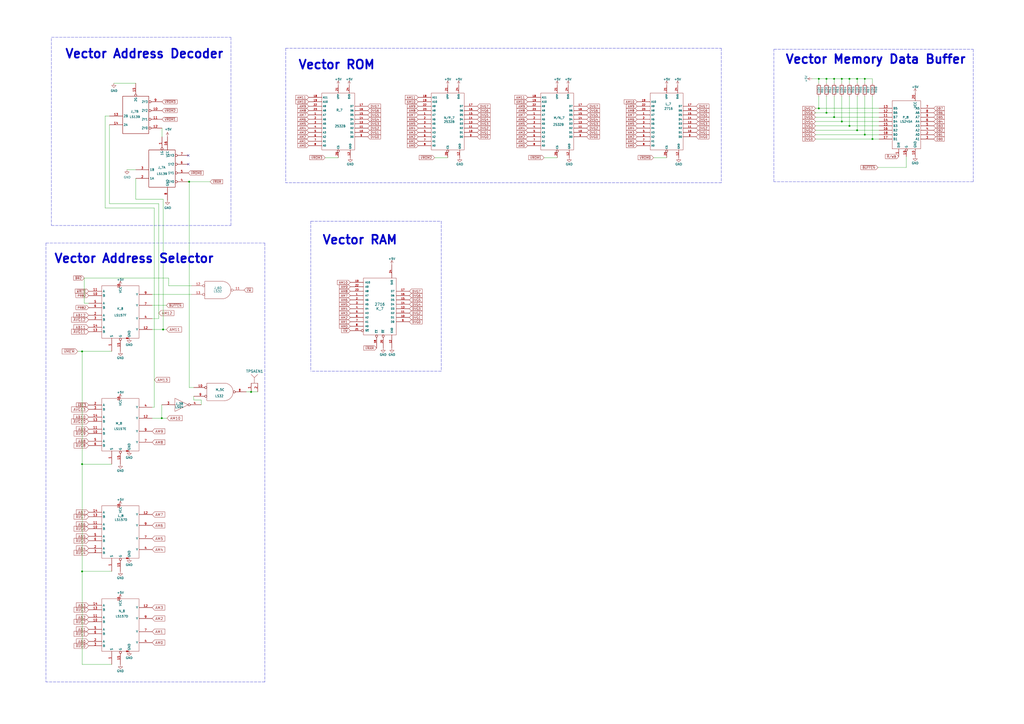
<source format=kicad_sch>
(kicad_sch (version 20211123) (generator eeschema)
  (paper "A2")
  (junction (at 47.625 331.47))
  (junction (at 488.315 70.485))
  (junction (at 497.205 75.565))
  (junction (at 492.76 73.025))
  (junction (at 488.315 45.72))
  (junction (at 497.205 45.72))
  (junction (at 483.87 45.72))
  (junction (at 93.853 242.57))
  (junction (at 479.425 65.405))
  (junction (at 501.65 78.105))
  (junction (at 479.425 45.72))
  (junction (at 474.98 62.865))
  (junction (at 492.76 45.72))
  (junction (at 145.669 227.33))
  (junction (at 47.625 203.835))
  (junction (at 506.095 80.645))
  (junction (at 109.728 105.41))
  (junction (at 483.87 67.945))
  (junction (at 474.98 45.72))
  (junction (at 501.65 45.72))
  (junction (at 47.625 269.24))
  (junction (at 94.615 191.135))
  (no_connect (at 109.22 90.17))
  (no_connect (at 109.22 95.25))
  (wire (pts (xy 93.853 242.57) (xy 96.901 242.57)))
  (wire (pts (xy 473.075 62.865) (xy 474.98 62.865)))
  (wire (pts (xy 88.265 191.135) (xy 94.615 191.135)))
  (wire (pts (xy 60.96 120.65) (xy 60.96 67.31)))
  (wire (pts (xy 506.095 55.88) (xy 506.095 80.645)))
  (wire (pts (xy 94.615 115.57) (xy 78.74 115.57)))
  (polyline (pts (xy 29.845 130.81) (xy 133.985 130.81)))
  (wire (pts (xy 88.265 184.785) (xy 92.075 184.785)))
  (polyline (pts (xy 255.905 215.265) (xy 180.34 215.265)))
  (wire (pts (xy 112.395 232.029) (xy 116.713 232.029)))
  (polyline (pts (xy 29.845 22.225) (xy 29.845 130.81)))
  (wire (pts (xy 112.395 229.87) (xy 112.395 232.029)))
  (polyline (pts (xy 448.945 28.575) (xy 564.515 28.575)))
  (wire (pts (xy 483.87 45.72) (xy 483.87 48.26)))
  (wire (pts (xy 64.77 269.24) (xy 47.625 269.24)))
  (wire (pts (xy 483.87 45.72) (xy 488.315 45.72)))
  (wire (pts (xy 497.205 45.72) (xy 497.205 48.26)))
  (wire (pts (xy 479.425 45.72) (xy 483.87 45.72)))
  (wire (pts (xy 474.98 45.72) (xy 479.425 45.72)))
  (wire (pts (xy 479.425 45.72) (xy 479.425 48.26)))
  (wire (pts (xy 109.22 105.41) (xy 109.728 105.41)))
  (wire (pts (xy 112.395 224.79) (xy 109.728 224.79)))
  (wire (pts (xy 497.205 55.88) (xy 497.205 75.565)))
  (wire (pts (xy 488.315 45.72) (xy 492.76 45.72)))
  (polyline (pts (xy 180.34 128.27) (xy 255.905 128.27)))
  (wire (pts (xy 473.075 78.105) (xy 501.65 78.105)))
  (polyline (pts (xy 153.67 140.97) (xy 153.67 395.605)))
  (wire (pts (xy 47.625 269.24) (xy 47.625 203.835)))
  (wire (pts (xy 88.265 242.57) (xy 93.853 242.57)))
  (wire (pts (xy 94.615 191.135) (xy 94.615 115.57)))
  (wire (pts (xy 88.265 177.165) (xy 96.52 177.165)))
  (wire (pts (xy 116.713 232.029) (xy 116.713 234.823)))
  (wire (pts (xy 525.78 90.805) (xy 525.78 97.155)))
  (wire (pts (xy 473.075 67.945) (xy 483.87 67.945)))
  (wire (pts (xy 47.625 203.835) (xy 64.77 203.835)))
  (wire (pts (xy 92.075 118.11) (xy 63.5 118.11)))
  (wire (pts (xy 488.315 70.485) (xy 509.905 70.485)))
  (wire (pts (xy 473.075 73.025) (xy 492.76 73.025)))
  (wire (pts (xy 474.98 45.72) (xy 474.98 48.26)))
  (wire (pts (xy 492.76 55.88) (xy 492.76 73.025)))
  (wire (pts (xy 492.76 45.72) (xy 497.205 45.72)))
  (wire (pts (xy 492.76 73.025) (xy 509.905 73.025)))
  (wire (pts (xy 109.728 105.41) (xy 109.728 224.79)))
  (wire (pts (xy 48.895 161.29) (xy 97.79 161.29)))
  (wire (pts (xy 92.075 184.785) (xy 92.075 118.11)))
  (wire (pts (xy 73.66 98.425) (xy 78.74 98.425)))
  (wire (pts (xy 474.98 55.88) (xy 474.98 62.865)))
  (wire (pts (xy 252.095 91.44) (xy 259.715 91.44)))
  (polyline (pts (xy 153.67 395.605) (xy 26.67 395.605)))
  (wire (pts (xy 492.76 45.72) (xy 492.76 48.26)))
  (wire (pts (xy 48.895 161.29) (xy 48.895 175.895)))
  (wire (pts (xy 188.595 91.44) (xy 196.215 91.44)))
  (wire (pts (xy 63.5 118.11) (xy 63.5 72.39)))
  (polyline (pts (xy 180.34 128.27) (xy 180.34 215.265)))
  (wire (pts (xy 97.79 165.735) (xy 111.125 165.735)))
  (wire (pts (xy 47.625 331.47) (xy 47.625 385.445)))
  (polyline (pts (xy 564.515 105.41) (xy 448.945 105.41)))
  (polyline (pts (xy 418.465 106.045) (xy 165.735 106.045)))
  (wire (pts (xy 379.095 91.44) (xy 386.715 91.44)))
  (wire (pts (xy 45.085 203.835) (xy 47.625 203.835)))
  (wire (pts (xy 472.44 65.405) (xy 479.425 65.405)))
  (wire (pts (xy 525.78 97.155) (xy 509.27 97.155)))
  (polyline (pts (xy 29.845 21.59) (xy 133.985 21.59)))
  (polyline (pts (xy 448.945 105.41) (xy 448.945 28.575)))
  (polyline (pts (xy 165.735 27.94) (xy 418.465 27.94)))
  (wire (pts (xy 479.425 55.88) (xy 479.425 65.405)))
  (wire (pts (xy 497.205 45.72) (xy 501.65 45.72)))
  (wire (pts (xy 78.74 115.57) (xy 78.74 103.505)))
  (wire (pts (xy 483.87 55.88) (xy 483.87 67.945)))
  (wire (pts (xy 93.853 234.823) (xy 93.853 242.57)))
  (wire (pts (xy 473.075 80.645) (xy 506.095 80.645)))
  (polyline (pts (xy 165.735 27.94) (xy 165.735 106.045)))
  (polyline (pts (xy 26.67 140.97) (xy 26.67 395.605)))
  (wire (pts (xy 488.315 45.72) (xy 488.315 48.26)))
  (wire (pts (xy 473.075 75.565) (xy 497.205 75.565)))
  (wire (pts (xy 66.04 48.26) (xy 78.74 48.26)))
  (wire (pts (xy 501.65 45.72) (xy 506.095 45.72)))
  (wire (pts (xy 315.595 91.44) (xy 323.215 91.44)))
  (wire (pts (xy 145.669 227.33) (xy 149.479 227.33)))
  (polyline (pts (xy 26.67 140.97) (xy 153.67 140.97)))
  (wire (pts (xy 93.98 74.295) (xy 93.98 79.375)))
  (wire (pts (xy 501.65 45.72) (xy 501.65 48.26)))
  (polyline (pts (xy 133.985 130.81) (xy 133.985 21.59)))
  (wire (pts (xy 47.625 269.24) (xy 47.625 331.47)))
  (wire (pts (xy 479.425 65.405) (xy 509.905 65.405)))
  (wire (pts (xy 473.075 70.485) (xy 488.315 70.485)))
  (wire (pts (xy 497.205 75.565) (xy 509.905 75.565)))
  (wire (pts (xy 109.728 105.41) (xy 121.92 105.41)))
  (polyline (pts (xy 564.515 28.575) (xy 564.515 105.41)))
  (wire (pts (xy 89.535 236.22) (xy 89.535 120.65)))
  (wire (pts (xy 506.095 80.645) (xy 509.905 80.645)))
  (wire (pts (xy 88.265 170.815) (xy 111.125 170.815)))
  (polyline (pts (xy 418.465 27.94) (xy 418.465 106.045)))
  (wire (pts (xy 47.625 331.47) (xy 64.77 331.47)))
  (polyline (pts (xy 255.905 128.27) (xy 255.905 215.265)))
  (wire (pts (xy 501.65 78.105) (xy 509.905 78.105)))
  (wire (pts (xy 48.895 175.895) (xy 51.435 175.895)))
  (wire (pts (xy 94.615 191.135) (xy 96.52 191.135)))
  (wire (pts (xy 142.875 227.33) (xy 145.669 227.33)))
  (wire (pts (xy 474.98 62.865) (xy 509.905 62.865)))
  (wire (pts (xy 488.315 55.88) (xy 488.315 70.485)))
  (wire (pts (xy 97.79 161.29) (xy 97.79 165.735)))
  (wire (pts (xy 88.265 236.22) (xy 89.535 236.22)))
  (wire (pts (xy 47.625 385.445) (xy 64.77 385.445)))
  (wire (pts (xy 501.65 55.88) (xy 501.65 78.105)))
  (wire (pts (xy 483.87 67.945) (xy 509.905 67.945)))
  (wire (pts (xy 506.095 45.72) (xy 506.095 48.26)))
  (wire (pts (xy 89.535 120.65) (xy 60.96 120.65)))
  (wire (pts (xy 60.96 67.31) (xy 63.5 67.31)))
  (wire (pts (xy 471.17 45.72) (xy 474.98 45.72)))
  (text "Vector RAM" (at 186.69 142.24 0) (effects (font (size 5.08 5.08) (thickness 1.016) bold) (justify left bottom)))
  (text "Vector ROM\n" (at 172.72 40.64 0) (effects (font (size 5.08 5.08) (thickness 1.016) bold) (justify left bottom)))
  (text "Vector Address Selector\n" (at 31.115 153.035 0) (effects (font (size 5.08 5.08) (thickness 1.016) bold) (justify left bottom)))
  (text "Vector Address Decoder\n" (at 37.465 34.29 0) (effects (font (size 5.08 5.08) (thickness 1.016) bold) (justify left bottom)))
  (text "Vector Memory Data Buffer" (at 455.295 37.465 0) (effects (font (size 5.08 5.08) (thickness 1.016) bold) (justify left bottom)))
  (global_label "~{BUFFEN}" (shape input) (at 96.52 177.165 0) (property "Intersheet References" "${INTERSHEET_REFS}" (effects hide)))
  (global_label "~{VROM0}" (shape input) (at 379.095 91.44 180) (effects (font (size 1.3 1.3))) (property "Intersheet References" "${INTERSHEET_REFS}" (effects hide)))
  (global_label "AM3" (shape input) (at 179.07 76.835 180) (effects (font (size 1.3 1.3))) (property "Intersheet References" "${INTERSHEET_REFS}" (effects hide)))
  (global_label "DVG2" (shape input) (at 276.86 74.295 0) (effects (font (size 1.3 1.3))) (property "Intersheet References" "${INTERSHEET_REFS}" (effects hide)))
  (global_label "AB12" (shape input) (at 51.435 182.88 180) (effects (font (size 1.524 1.524))) (property "Intersheet References" "${INTERSHEET_REFS}" (effects hide)))
  (global_label "DVG1" (shape input) (at 340.36 76.835 0) (effects (font (size 1.3 1.3))) (property "Intersheet References" "${INTERSHEET_REFS}" (effects hide)))
  (global_label "DVG4" (shape input) (at 276.86 69.215 0) (effects (font (size 1.3 1.3))) (property "Intersheet References" "${INTERSHEET_REFS}" (effects hide)))
  (global_label "AM7" (shape input) (at 369.57 66.675 180) (effects (font (size 1.3 1.3))) (property "Intersheet References" "${INTERSHEET_REFS}" (effects hide)))
  (global_label "DB5" (shape input) (at 541.655 67.945 0) (property "Intersheet References" "${INTERSHEET_REFS}" (effects hide)))
  (global_label "AB7" (shape input) (at 51.435 297.18 180) (effects (font (size 1.524 1.524))) (property "Intersheet References" "${INTERSHEET_REFS}" (effects hide)))
  (global_label "DVG6" (shape input) (at 276.86 64.135 0) (effects (font (size 1.3 1.3))) (property "Intersheet References" "${INTERSHEET_REFS}" (effects hide)))
  (global_label "DB4" (shape input) (at 541.655 70.485 0) (property "Intersheet References" "${INTERSHEET_REFS}" (effects hide)))
  (global_label "AM2" (shape input) (at 369.57 79.375 180) (effects (font (size 1.3 1.3))) (property "Intersheet References" "${INTERSHEET_REFS}" (effects hide)))
  (global_label "DVG3" (shape input) (at 340.36 71.755 0) (effects (font (size 1.3 1.3))) (property "Intersheet References" "${INTERSHEET_REFS}" (effects hide)))
  (global_label "AM6" (shape input) (at 242.57 69.215 180) (effects (font (size 1.3 1.3))) (property "Intersheet References" "${INTERSHEET_REFS}" (effects hide)))
  (global_label "~{VROM1}" (shape input) (at 93.98 69.215 0) (property "Intersheet References" "${INTERSHEET_REFS}" (effects hide)))
  (global_label "AM8" (shape input) (at 369.57 64.135 180) (effects (font (size 1.3 1.3))) (property "Intersheet References" "${INTERSHEET_REFS}" (effects hide)))
  (global_label "AM11" (shape input) (at 242.57 56.515 180) (effects (font (size 1.3 1.3))) (property "Intersheet References" "${INTERSHEET_REFS}" (effects hide)))
  (global_label "DVG6" (shape input) (at 213.36 64.135 0) (effects (font (size 1.3 1.3))) (property "Intersheet References" "${INTERSHEET_REFS}" (effects hide)))
  (global_label "AVG1" (shape input) (at 51.435 367.665 180) (effects (font (size 1.524 1.524))) (property "Intersheet References" "${INTERSHEET_REFS}" (effects hide)))
  (global_label "AM6" (shape input) (at 88.265 304.8 0) (effects (font (size 1.524 1.524))) (property "Intersheet References" "${INTERSHEET_REFS}" (effects hide)))
  (global_label "AM11" (shape input) (at 179.07 56.515 180) (effects (font (size 1.3 1.3))) (property "Intersheet References" "${INTERSHEET_REFS}" (effects hide)))
  (global_label "DVG1" (shape input) (at 213.36 76.835 0) (effects (font (size 1.3 1.3))) (property "Intersheet References" "${INTERSHEET_REFS}" (effects hide)))
  (global_label "AM9" (shape input) (at 179.07 61.595 180) (effects (font (size 1.3 1.3))) (property "Intersheet References" "${INTERSHEET_REFS}" (effects hide)))
  (global_label "AM1" (shape input) (at 179.07 81.915 180) (effects (font (size 1.3 1.3))) (property "Intersheet References" "${INTERSHEET_REFS}" (effects hide)))
  (global_label "~{VW}" (shape input) (at 141.605 168.275 0) (property "Intersheet References" "${INTERSHEET_REFS}" (effects hide)))
  (global_label "DB7" (shape input) (at 541.655 62.865 0) (property "Intersheet References" "${INTERSHEET_REFS}" (effects hide)))
  (global_label "AM1" (shape input) (at 88.265 366.395 0) (effects (font (size 1.524 1.524))) (property "Intersheet References" "${INTERSHEET_REFS}" (effects hide)))
  (global_label "AM0" (shape input) (at 179.07 84.455 180) (effects (font (size 1.3 1.3))) (property "Intersheet References" "${INTERSHEET_REFS}" (effects hide)))
  (global_label "~{VROM3}" (shape input) (at 93.98 59.055 0) (property "Intersheet References" "${INTERSHEET_REFS}" (effects hide)))
  (global_label "AVG0" (shape input) (at 51.435 374.65 180) (effects (font (size 1.524 1.524))) (property "Intersheet References" "${INTERSHEET_REFS}" (effects hide)))
  (global_label "AM5" (shape input) (at 88.265 312.42 0) (effects (font (size 1.524 1.524))) (property "Intersheet References" "${INTERSHEET_REFS}" (effects hide)))
  (global_label "DVG4" (shape input) (at 340.36 69.215 0) (effects (font (size 1.3 1.3))) (property "Intersheet References" "${INTERSHEET_REFS}" (effects hide)))
  (global_label "AVG5" (shape input) (at 51.435 313.69 180) (effects (font (size 1.524 1.524))) (property "Intersheet References" "${INTERSHEET_REFS}" (effects hide)))
  (global_label "AM7" (shape input) (at 242.57 66.675 180) (effects (font (size 1.3 1.3))) (property "Intersheet References" "${INTERSHEET_REFS}" (effects hide)))
  (global_label "DVG6" (shape input) (at 237.49 171.45 0) (effects (font (size 1.3 1.3))) (property "Intersheet References" "${INTERSHEET_REFS}" (effects hide)))
  (global_label "~{VROM1}" (shape input) (at 315.595 91.44 180) (effects (font (size 1.3 1.3))) (property "Intersheet References" "${INTERSHEET_REFS}" (effects hide)))
  (global_label "~{VMEM}" (shape input) (at 45.085 203.835 180) (effects (font (size 1.524 1.524))) (property "Intersheet References" "${INTERSHEET_REFS}" (effects hide)))
  (global_label "AM0" (shape input) (at 306.07 84.455 180) (effects (font (size 1.3 1.3))) (property "Intersheet References" "${INTERSHEET_REFS}" (effects hide)))
  (global_label "AVG2" (shape input) (at 51.435 360.68 180) (effects (font (size 1.524 1.524))) (property "Intersheet References" "${INTERSHEET_REFS}" (effects hide)))
  (global_label "AVG11" (shape input) (at 51.435 192.405 180) (effects (font (size 1.524 1.524))) (property "Intersheet References" "${INTERSHEET_REFS}" (effects hide)))
  (global_label "AM5" (shape input) (at 306.07 71.755 180) (effects (font (size 1.3 1.3))) (property "Intersheet References" "${INTERSHEET_REFS}" (effects hide)))
  (global_label "DVG4" (shape input) (at 213.36 69.215 0) (effects (font (size 1.3 1.3))) (property "Intersheet References" "${INTERSHEET_REFS}" (effects hide)))
  (global_label "AB3" (shape input) (at 51.435 351.155 180) (effects (font (size 1.524 1.524))) (property "Intersheet References" "${INTERSHEET_REFS}" (effects hide)))
  (global_label "DVG6" (shape input) (at 403.86 64.135 0) (effects (font (size 1.3 1.3))) (property "Intersheet References" "${INTERSHEET_REFS}" (effects hide)))
  (global_label "DVG7" (shape input) (at 276.86 61.595 0) (effects (font (size 1.3 1.3))) (property "Intersheet References" "${INTERSHEET_REFS}" (effects hide)))
  (global_label "AM1" (shape input) (at 242.57 81.915 180) (effects (font (size 1.3 1.3))) (property "Intersheet References" "${INTERSHEET_REFS}" (effects hide)))
  (global_label "AB9" (shape input) (at 51.435 248.92 180) (effects (font (size 1.524 1.524))) (property "Intersheet References" "${INTERSHEET_REFS}" (effects hide)))
  (global_label "AM7" (shape input) (at 88.265 298.45 0) (effects (font (size 1.524 1.524))) (property "Intersheet References" "${INTERSHEET_REFS}" (effects hide)))
  (global_label "~{AB13}" (shape input) (at 51.435 234.95 180) (property "Intersheet References" "${INTERSHEET_REFS}" (effects hide)))
  (global_label "DVG2" (shape input) (at 213.36 74.295 0) (effects (font (size 1.3 1.3))) (property "Intersheet References" "${INTERSHEET_REFS}" (effects hide)))
  (global_label "DVG4" (shape input) (at 403.86 69.215 0) (effects (font (size 1.3 1.3))) (property "Intersheet References" "${INTERSHEET_REFS}" (effects hide)))
  (global_label "AM2" (shape input) (at 88.265 358.775 0) (effects (font (size 1.524 1.524))) (property "Intersheet References" "${INTERSHEET_REFS}" (effects hide)))
  (global_label "DVG3" (shape input) (at 276.86 71.755 0) (effects (font (size 1.3 1.3))) (property "Intersheet References" "${INTERSHEET_REFS}" (effects hide)))
  (global_label "AVG7" (shape input) (at 51.435 299.72 180) (effects (font (size 1.524 1.524))) (property "Intersheet References" "${INTERSHEET_REFS}" (effects hide)))
  (global_label "AM10" (shape input) (at 242.57 59.055 180) (effects (font (size 1.3 1.3))) (property "Intersheet References" "${INTERSHEET_REFS}" (effects hide)))
  (global_label "AM2" (shape input) (at 179.07 79.375 180) (effects (font (size 1.3 1.3))) (property "Intersheet References" "${INTERSHEET_REFS}" (effects hide)))
  (global_label "DVG7" (shape input) (at 237.49 168.91 0) (effects (font (size 1.3 1.3))) (property "Intersheet References" "${INTERSHEET_REFS}" (effects hide)))
  (global_label "DVG1" (shape input) (at 403.86 76.835 0) (effects (font (size 1.3 1.3))) (property "Intersheet References" "${INTERSHEET_REFS}" (effects hide)))
  (global_label "DB3" (shape input) (at 541.655 73.025 0) (property "Intersheet References" "${INTERSHEET_REFS}" (effects hide)))
  (global_label "AM4" (shape input) (at 179.07 74.295 180) (effects (font (size 1.3 1.3))) (property "Intersheet References" "${INTERSHEET_REFS}" (effects hide)))
  (global_label "AM10" (shape input) (at 203.2 163.83 180) (effects (font (size 1.3 1.3))) (property "Intersheet References" "${INTERSHEET_REFS}" (effects hide)))
  (global_label "AM6" (shape input) (at 179.07 69.215 180) (effects (font (size 1.3 1.3))) (property "Intersheet References" "${INTERSHEET_REFS}" (effects hide)))
  (global_label "PR82" (shape input) (at 51.435 171.45 180) (property "Intersheet References" "${INTERSHEET_REFS}" (effects hide)))
  (global_label "DVG1" (shape input) (at 276.86 76.835 0) (effects (font (size 1.3 1.3))) (property "Intersheet References" "${INTERSHEET_REFS}" (effects hide)))
  (global_label "DVG0" (shape input) (at 213.36 79.375 0) (effects (font (size 1.3 1.3))) (property "Intersheet References" "${INTERSHEET_REFS}" (effects hide)))
  (global_label "AVG12" (shape input) (at 51.435 185.42 180) (effects (font (size 1.524 1.524))) (property "Intersheet References" "${INTERSHEET_REFS}" (effects hide)))
  (global_label "DVG4" (shape input) (at 237.49 176.53 0) (effects (font (size 1.3 1.3))) (property "Intersheet References" "${INTERSHEET_REFS}" (effects hide)))
  (global_label "AM10" (shape input) (at 179.07 59.055 180) (effects (font (size 1.3 1.3))) (property "Intersheet References" "${INTERSHEET_REFS}" (effects hide)))
  (global_label "AM0" (shape input) (at 203.2 189.23 180) (effects (font (size 1.3 1.3))) (property "Intersheet References" "${INTERSHEET_REFS}" (effects hide)))
  (global_label "AM2" (shape input) (at 306.07 79.375 180) (effects (font (size 1.3 1.3))) (property "Intersheet References" "${INTERSHEET_REFS}" (effects hide)))
  (global_label "~{R}{slash}WB" (shape input) (at 521.335 90.805 180) (property "Intersheet References" "${INTERSHEET_REFS}" (effects hide)))
  (global_label "DVG2" (shape input) (at 340.36 74.295 0) (effects (font (size 1.3 1.3))) (property "Intersheet References" "${INTERSHEET_REFS}" (effects hide)))
  (global_label "AM9" (shape input) (at 203.2 166.37 180) (effects (font (size 1.3 1.3))) (property "Intersheet References" "${INTERSHEET_REFS}" (effects hide)))
  (global_label "~{WRITE}" (shape input) (at 51.435 168.91 180) (property "Intersheet References" "${INTERSHEET_REFS}" (effects hide)))
  (global_label "DVG5" (shape input) (at 213.36 66.675 0) (effects (font (size 1.3 1.3))) (property "Intersheet References" "${INTERSHEET_REFS}" (effects hide)))
  (global_label "AM9" (shape input) (at 242.57 61.595 180) (effects (font (size 1.3 1.3))) (property "Intersheet References" "${INTERSHEET_REFS}" (effects hide)))
  (global_label "AB2" (shape input) (at 51.435 358.14 180) (effects (font (size 1.524 1.524))) (property "Intersheet References" "${INTERSHEET_REFS}" (effects hide)))
  (global_label "AM6" (shape input) (at 369.57 69.215 180) (effects (font (size 1.3 1.3))) (property "Intersheet References" "${INTERSHEET_REFS}" (effects hide)))
  (global_label "AB10" (shape input) (at 51.435 241.935 180) (effects (font (size 1.524 1.524))) (property "Intersheet References" "${INTERSHEET_REFS}" (effects hide)))
  (global_label "DVG2" (shape input) (at 403.86 74.295 0) (effects (font (size 1.3 1.3))) (property "Intersheet References" "${INTERSHEET_REFS}" (effects hide)))
  (global_label "AM3" (shape input) (at 242.57 76.835 180) (effects (font (size 1.3 1.3))) (property "Intersheet References" "${INTERSHEET_REFS}" (effects hide)))
  (global_label "DVG3" (shape input) (at 473.075 73.025 180) (effects (font (size 1.3 1.3))) (property "Intersheet References" "${INTERSHEET_REFS}" (effects hide)))
  (global_label "AVG3" (shape input) (at 51.435 353.695 180) (effects (font (size 1.524 1.524))) (property "Intersheet References" "${INTERSHEET_REFS}" (effects hide)))
  (global_label "DVG0" (shape input) (at 340.36 79.375 0) (effects (font (size 1.3 1.3))) (property "Intersheet References" "${INTERSHEET_REFS}" (effects hide)))
  (global_label "AM5" (shape input) (at 179.07 71.755 180) (effects (font (size 1.3 1.3))) (property "Intersheet References" "${INTERSHEET_REFS}" (effects hide)))
  (global_label "DB2" (shape input) (at 541.655 75.565 0) (property "Intersheet References" "${INTERSHEET_REFS}" (effects hide)))
  (global_label "AB5" (shape input) (at 51.435 311.15 180) (effects (font (size 1.524 1.524))) (property "Intersheet References" "${INTERSHEET_REFS}" (effects hide)))
  (global_label "DVG0" (shape input) (at 473.075 80.645 180) (effects (font (size 1.3 1.3))) (property "Intersheet References" "${INTERSHEET_REFS}" (effects hide)))
  (global_label "~{VROM2}" (shape input) (at 93.98 64.135 0) (property "Intersheet References" "${INTERSHEET_REFS}" (effects hide)))
  (global_label "AM11" (shape input) (at 96.52 191.135 0) (effects (font (size 1.524 1.524))) (property "Intersheet References" "${INTERSHEET_REFS}" (effects hide)))
  (global_label "AM7" (shape input) (at 306.07 66.675 180) (effects (font (size 1.3 1.3))) (property "Intersheet References" "${INTERSHEET_REFS}" (effects hide)))
  (global_label "DVG4" (shape input) (at 473.075 70.485 180) (effects (font (size 1.3 1.3))) (property "Intersheet References" "${INTERSHEET_REFS}" (effects hide)))
  (global_label "AB1" (shape input) (at 51.435 365.125 180) (effects (font (size 1.524 1.524))) (property "Intersheet References" "${INTERSHEET_REFS}" (effects hide)))
  (global_label "DVG6" (shape input) (at 473.075 65.405 180) (effects (font (size 1.3 1.3))) (property "Intersheet References" "${INTERSHEET_REFS}" (effects hide)))
  (global_label "DVG3" (shape input) (at 237.49 179.07 0) (effects (font (size 1.3 1.3))) (property "Intersheet References" "${INTERSHEET_REFS}" (effects hide)))
  (global_label "AM9" (shape input) (at 306.07 61.595 180) (effects (font (size 1.3 1.3))) (property "Intersheet References" "${INTERSHEET_REFS}" (effects hide)))
  (global_label "AM10" (shape input) (at 96.901 242.57 0) (effects (font (size 1.524 1.524))) (property "Intersheet References" "${INTERSHEET_REFS}" (effects hide)))
  (global_label "AM4" (shape input) (at 306.07 74.295 180) (effects (font (size 1.3 1.3))) (property "Intersheet References" "${INTERSHEET_REFS}" (effects hide)))
  (global_label "DVG1" (shape input) (at 473.075 78.105 180) (effects (font (size 1.3 1.3))) (property "Intersheet References" "${INTERSHEET_REFS}" (effects hide)))
  (global_label "AB11" (shape input) (at 51.435 189.865 180) (effects (font (size 1.524 1.524))) (property "Intersheet References" "${INTERSHEET_REFS}" (effects hide)))
  (global_label "PR82" (shape input) (at 51.435 178.435 180) (property "Intersheet References" "${INTERSHEET_REFS}" (effects hide)))
  (global_label "DVG0" (shape input) (at 276.86 79.375 0) (effects (font (size 1.3 1.3))) (property "Intersheet References" "${INTERSHEET_REFS}" (effects hide)))
  (global_label "DVG5" (shape input) (at 403.86 66.675 0) (effects (font (size 1.3 1.3))) (property "Intersheet References" "${INTERSHEET_REFS}" (effects hide)))
  (global_label "DVG5" (shape input) (at 340.36 66.675 0) (effects (font (size 1.3 1.3))) (property "Intersheet References" "${INTERSHEET_REFS}" (effects hide)))
  (global_label "DB6" (shape input) (at 541.655 65.405 0) (property "Intersheet References" "${INTERSHEET_REFS}" (effects hide)))
  (global_label "DB1" (shape input) (at 541.655 78.105 0) (property "Intersheet References" "${INTERSHEET_REFS}" (effects hide)))
  (global_label "DVG7" (shape input) (at 403.86 61.595 0) (effects (font (size 1.3 1.3))) (property "Intersheet References" "${INTERSHEET_REFS}" (effects hide)))
  (global_label "~{BΦ2}" (shape input) (at 48.895 161.29 180) (property "Intersheet References" "${INTERSHEET_REFS}" (effects hide)))
  (global_label "DVG6" (shape input) (at 340.36 64.135 0) (effects (font (size 1.3 1.3))) (property "Intersheet References" "${INTERSHEET_REFS}" (effects hide)))
  (global_label "AM5" (shape input) (at 242.57 71.755 180) (effects (font (size 1.3 1.3))) (property "Intersheet References" "${INTERSHEET_REFS}" (effects hide)))
  (global_label "AM7" (shape input) (at 203.2 171.45 180) (effects (font (size 1.3 1.3))) (property "Intersheet References" "${INTERSHEET_REFS}" (effects hide)))
  (global_label "AM3" (shape input) (at 369.57 76.835 180) (effects (font (size 1.3 1.3))) (property "Intersheet References" "${INTERSHEET_REFS}" (effects hide)))
  (global_label "AM10" (shape input) (at 369.57 59.055 180) (effects (font (size 1.3 1.3))) (property "Intersheet References" "${INTERSHEET_REFS}" (effects hide)))
  (global_label "AM2" (shape input) (at 203.2 184.15 180) (effects (font (size 1.3 1.3))) (property "Intersheet References" "${INTERSHEET_REFS}" (effects hide)))
  (global_label "DVG0" (shape input) (at 403.86 79.375 0) (effects (font (size 1.3 1.3))) (property "Intersheet References" "${INTERSHEET_REFS}" (effects hide)))
  (global_label "AM1" (shape input) (at 369.57 81.915 180) (effects (font (size 1.3 1.3))) (property "Intersheet References" "${INTERSHEET_REFS}" (effects hide)))
  (global_label "DVG1" (shape input) (at 237.49 184.15 0) (effects (font (size 1.3 1.3))) (property "Intersheet References" "${INTERSHEET_REFS}" (effects hide)))
  (global_label "~{VW}" (shape input) (at 203.2 191.77 180) (effects (font (size 1.3 1.3))) (property "Intersheet References" "${INTERSHEET_REFS}" (effects hide)))
  (global_label "AM6" (shape input) (at 203.2 173.99 180) (effects (font (size 1.3 1.3))) (property "Intersheet References" "${INTERSHEET_REFS}" (effects hide)))
  (global_label "AM8" (shape input) (at 203.2 168.91 180) (effects (font (size 1.3 1.3))) (property "Intersheet References" "${INTERSHEET_REFS}" (effects hide)))
  (global_label "AM0" (shape input) (at 88.265 372.745 0) (effects (font (size 1.524 1.524))) (property "Intersheet References" "${INTERSHEET_REFS}" (effects hide)))
  (global_label "AM8" (shape input) (at 88.265 256.54 0) (effects (font (size 1.524 1.524))) (property "Intersheet References" "${INTERSHEET_REFS}" (effects hide)))
  (global_label "AM4" (shape input) (at 242.57 74.295 180) (effects (font (size 1.3 1.3))) (property "Intersheet References" "${INTERSHEET_REFS}" (effects hide)))
  (global_label "AM3" (shape input) (at 306.07 76.835 180) (effects (font (size 1.3 1.3))) (property "Intersheet References" "${INTERSHEET_REFS}" (effects hide)))
  (global_label "DVG2" (shape input) (at 473.075 75.565 180) (effects (font (size 1.3 1.3))) (property "Intersheet References" "${INTERSHEET_REFS}" (effects hide)))
  (global_label "~{VRAM}" (shape input) (at 121.92 105.41 0) (property "Intersheet References" "${INTERSHEET_REFS}" (effects hide)))
  (global_label "AM1" (shape input) (at 203.2 186.69 180) (effects (font (size 1.3 1.3))) (property "Intersheet References" "${INTERSHEET_REFS}" (effects hide)))
  (global_label "AM0" (shape input) (at 242.57 84.455 180) (effects (font (size 1.3 1.3))) (property "Intersheet References" "${INTERSHEET_REFS}" (effects hide)))
  (global_label "AM3" (shape input) (at 203.2 181.61 180) (effects (font (size 1.3 1.3))) (property "Intersheet References" "${INTERSHEET_REFS}" (effects hide)))
  (global_label "DVG7" (shape input) (at 340.36 61.595 0) (effects (font (size 1.3 1.3))) (property "Intersheet References" "${INTERSHEET_REFS}" (effects hide)))
  (global_label "AM8" (shape input) (at 306.07 64.135 180) (effects (font (size 1.3 1.3))) (property "Intersheet References" "${INTERSHEET_REFS}" (effects hide)))
  (global_label "AM0" (shape input) (at 369.57 84.455 180) (effects (font (size 1.3 1.3))) (property "Intersheet References" "${INTERSHEET_REFS}" (effects hide)))
  (global_label "AM6" (shape input) (at 306.07 69.215 180) (effects (font (size 1.3 1.3))) (property "Intersheet References" "${INTERSHEET_REFS}" (effects hide)))
  (global_label "AM1" (shape input) (at 306.07 81.915 180) (effects (font (size 1.3 1.3))) (property "Intersheet References" "${INTERSHEET_REFS}" (effects hide)))
  (global_label "DB0" (shape input) (at 541.655 80.645 0) (property "Intersheet References" "${INTERSHEET_REFS}" (effects hide)))
  (global_label "~{VROM2}" (shape input) (at 252.095 91.44 180) (effects (font (size 1.3 1.3))) (property "Intersheet References" "${INTERSHEET_REFS}" (effects hide)))
  (global_label "AM4" (shape input) (at 88.265 318.77 0) (effects (font (size 1.524 1.524))) (property "Intersheet References" "${INTERSHEET_REFS}" (effects hide)))
  (global_label "AB0" (shape input) (at 51.435 372.11 180) (effects (font (size 1.524 1.524))) (property "Intersheet References" "${INTERSHEET_REFS}" (effects hide)))
  (global_label "AM10" (shape input) (at 306.07 59.055 180) (effects (font (size 1.3 1.3))) (property "Intersheet References" "${INTERSHEET_REFS}" (effects hide)))
  (global_label "DVG7" (shape input) (at 473.075 62.865 180) (effects (font (size 1.3 1.3))) (property "Intersheet References" "${INTERSHEET_REFS}" (effects hide)))
  (global_label "AM9" (shape input) (at 369.57 61.595 180) (effects (font (size 1.3 1.3))) (property "Intersheet References" "${INTERSHEET_REFS}" (effects hide)))
  (global_label "AM5" (shape input) (at 369.57 71.755 180) (effects (font (size 1.3 1.3))) (property "Intersheet References" "${INTERSHEET_REFS}" (effects hide)))
  (global_label "AM13" (shape input) (at 89.535 220.345 0) (effects (font (size 1.524 1.524))) (property "Intersheet References" "${INTERSHEET_REFS}" (effects hide)))
  (global_label "AVG10" (shape input) (at 51.435 244.475 180) (effects (font (size 1.524 1.524))) (property "Intersheet References" "${INTERSHEET_REFS}" (effects hide)))
  (global_label "AM4" (shape input) (at 203.2 179.07 180) (effects (font (size 1.3 1.3))) (property "Intersheet References" "${INTERSHEET_REFS}" (effects hide)))
  (global_label "AVG8" (shape input) (at 51.435 258.445 180) (effects (font (size 1.524 1.524))) (property "Intersheet References" "${INTERSHEET_REFS}" (effects hide)))
  (global_label "AM8" (shape input) (at 242.57 64.135 180) (effects (font (size 1.3 1.3))) (property "Intersheet References" "${INTERSHEET_REFS}" (effects hide)))
  (global_label "AM5" (shape input) (at 203.2 176.53 180) (effects (font (size 1.3 1.3))) (property "Intersheet References" "${INTERSHEET_REFS}" (effects hide)))
  (global_label "AVG4" (shape input) (at 51.435 320.675 180) (effects (font (size 1.524 1.524))) (property "Intersheet References" "${INTERSHEET_REFS}" (effects hide)))
  (global_label "AB6" (shape input) (at 51.435 304.165 180) (effects (font (size 1.524 1.524))) (property "Intersheet References" "${INTERSHEET_REFS}" (effects hide)))
  (global_label "~{BUFFEN}" (shape input) (at 509.27 97.155 180) (effects (font (size 1.3 1.3))) (property "Intersheet References" "${INTERSHEET_REFS}" (effects hide)))
  (global_label "AM4" (shape input) (at 369.57 74.295 180) (effects (font (size 1.3 1.3))) (property "Intersheet References" "${INTERSHEET_REFS}" (effects hide)))
  (global_label "AM9" (shape input) (at 88.265 250.19 0) (effects (font (size 1.524 1.524))) (property "Intersheet References" "${INTERSHEET_REFS}" (effects hide)))
  (global_label "DVG3" (shape input) (at 403.86 71.755 0) (effects (font (size 1.3 1.3))) (property "Intersheet References" "${INTERSHEET_REFS}" (effects hide)))
  (global_label "DVG5" (shape input) (at 237.49 173.99 0) (effects (font (size 1.3 1.3))) (property "Intersheet References" "${INTERSHEET_REFS}" (effects hide)))
  (global_label "DVG7" (shape input) (at 213.36 61.595 0) (effects (font (size 1.3 1.3))) (property "Intersheet References" "${INTERSHEET_REFS}" (effects hide)))
  (global_label "~{VROM0}" (shape input) (at 109.22 100.33 0) (property "Intersheet References" "${INTERSHEET_REFS}" (effects hide)))
  (global_label "AM12" (shape input) (at 92.075 181.61 0) (effects (font (size 1.524 1.524))) (property "Intersheet References" "${INTERSHEET_REFS}" (effects hide)))
  (global_label "AM7" (shape input) (at 179.07 66.675 180) (effects (font (size 1.3 1.3))) (property "Intersheet References" "${INTERSHEET_REFS}" (effects hide)))
  (global_label "AB8" (shape input) (at 51.435 255.905 180) (effects (font (size 1.524 1.524))) (property "Intersheet References" "${INTERSHEET_REFS}" (effects hide)))
  (global_label "AM2" (shape input) (at 242.57 79.375 180) (effects (font (size 1.3 1.3))) (property "Intersheet References" "${INTERSHEET_REFS}" (effects hide)))
  (global_label "DVG2" (shape input) (at 237.49 181.61 0) (effects (font (size 1.3 1.3))) (property "Intersheet References" "${INTERSHEET_REFS}" (effects hide)))
  (global_label "AM11" (shape input) (at 306.07 56.515 180) (effects (font (size 1.3 1.3))) (property "Intersheet References" "${INTERSHEET_REFS}" (effects hide)))
  (global_label "DVG0" (shape input) (at 237.49 186.69 0) (effects (font (size 1.3 1.3))) (property "Intersheet References" "${INTERSHEET_REFS}" (effects hide)))
  (global_label "AB4" (shape input) (at 51.435 318.135 180) (effects (font (size 1.524 1.524))) (property "Intersheet References" "${INTERSHEET_REFS}" (effects hide)))
  (global_label "DVG5" (shape input) (at 276.86 66.675 0) (effects (font (size 1.3 1.3))) (property "Intersheet References" "${INTERSHEET_REFS}" (effects hide)))
  (global_label "AM3" (shape input) (at 88.265 352.425 0) (effects (font (size 1.524 1.524))) (property "Intersheet References" "${INTERSHEET_REFS}" (effects hide)))
  (global_label "AVG13" (shape input) (at 51.435 237.49 180) (effects (font (size 1.524 1.524))) (property "Intersheet References" "${INTERSHEET_REFS}" (effects hide)))
  (global_label "DVG3" (shape input) (at 213.36 71.755 0) (effects (font (size 1.3 1.3))) (property "Intersheet References" "${INTERSHEET_REFS}" (effects hide)))
  (global_label "~{VRAM}" (shape input) (at 218.44 201.93 180) (effects (font (size 1.3 1.3))) (property "Intersheet References" "${INTERSHEET_REFS}" (effects hide)))
  (global_label "DVG5" (shape input) (at 473.075 67.945 180) (effects (font (size 1.3 1.3))) (property "Intersheet References" "${INTERSHEET_REFS}" (effects hide)))
  (global_label "AM8" (shape input) (at 179.07 64.135 180) (effects (font (size 1.3 1.3))) (property "Intersheet References" "${INTERSHEET_REFS}" (effects hide)))
  (global_label "AVG6" (shape input) (at 51.435 306.705 180) (effects (font (size 1.524 1.524))) (property "Intersheet References" "${INTERSHEET_REFS}" (effects hide)))
  (global_label "AVG9" (shape input) (at 51.435 251.46 180) (effects (font (size 1.524 1.524))) (property "Intersheet References" "${INTERSHEET_REFS}" (effects hide)))
  (global_label "~{VROM3}" (shape input) (at 188.595 91.44 180) (effects (font (size 1.3 1.3))) (property "Intersheet References" "${INTERSHEET_REFS}" (effects hide)))
  (symbol (lib_id "Device:R") (at 501.65 52.07 0) (unit 1)
    (property "Reference" "R67" (at 503.682 52.07 90))
    (property "Value" "10K" (at 501.65 52.07 90))
  )
  (symbol (lib_id "Star_Wars_Vector_PCB:137211-001") (at 220.345 177.8 0) (unit 1)
    (property "Reference" "K_7" (at 220.345 179.07 0) (effects (font (size 1.524 1.524))))
    (property "Value" "2716" (at 220.345 176.53 0) (effects (font (size 1.524 1.524))))
    (property "Footprint" "Star_Wars_Vector_PCB:DDIP24" (effects hide))
  )
  (symbol (lib_id "power:+5V") (at 323.215 49.53 0) (unit 1)
    (property "Reference" "#PWR0462" (effects hide))
    (property "Value" "+5V" (at 323.215 45.974 0))
  )
  (symbol (lib_id "atari_grav_bw:2532B") (at 196.85 70.485 0) (unit 1)
    (property "Reference" "R_7" (at 195.072 63.881 0) (effects (justify left)))
    (property "Value" "2532B" (at 194.183 73.152 0) (effects (justify left)))
  )
  (symbol (lib_id "power:GND") (at 69.85 203.835 0) (unit 1)
    (property "Reference" "#PWR0478" (effects hide))
    (property "Value" "GND" (at 69.85 207.645 0))
  )
  (symbol (lib_id "power:+5V") (at 227.33 153.67 0) (unit 1)
    (property "Reference" "#PWR0474" (effects hide))
    (property "Value" "+5V" (at 227.33 150.114 0))
  )
  (symbol (lib_id "power:GND") (at 74.93 261.62 0) (unit 1)
    (property "Reference" "#PWR0482" (effects hide))
    (property "Value" "GND" (at 74.93 265.43 0))
  )
  (symbol (lib_id "power:+5V") (at 393.065 49.53 0) (unit 1)
    (property "Reference" "#PWR0458" (effects hide))
    (property "Value" "+5V" (at 393.065 45.974 0))
  )
  (symbol (lib_id "power:GND") (at 69.85 331.47 0) (unit 1)
    (property "Reference" "#PWR0464" (effects hide))
    (property "Value" "GND" (at 69.85 335.28 0))
  )
  (symbol (lib_id "atari_grav_bw:LS157D") (at 70.485 361.95 0) (unit 1)
    (property "Reference" "N_8" (at 68.834 354.457 0) (effects (justify left)))
    (property "Value" "LS157D" (at 67.056 357.505 0) (effects (justify left)))
  )
  (symbol (lib_id "power:+5V") (at 69.85 347.345 0) (unit 1)
    (property "Reference" "#PWR0465" (effects hide))
    (property "Value" "+5V" (at 69.85 343.789 0))
  )
  (symbol (lib_id "atari_grav_bw:LS157F") (at 69.215 180.975 0) (unit 1)
    (property "Reference" "K_8" (at 67.945 179.07 0) (effects (justify left)))
    (property "Value" "LS157F" (at 66.294 182.88 0) (effects (justify left)))
    (property "Footprint" "Star_Wars_Vector_PCB:DIP16" (effects hide))
  )
  (symbol (lib_id "atari_grav_bw:LS157D") (at 70.485 307.975 0) (unit 1)
    (property "Reference" "L_8" (at 68.326 299.212 0) (effects (justify left)))
    (property "Value" "LS157D" (at 66.548 301.498 0) (effects (justify left)))
  )
  (symbol (lib_id "power:+5V") (at 259.715 49.53 0) (unit 1)
    (property "Reference" "#PWR0452" (effects hide))
    (property "Value" "+5V" (at 259.715 45.974 0))
  )
  (symbol (lib_id "Device:R") (at 474.98 52.07 0) (unit 1)
    (property "Reference" "R61" (at 477.012 52.07 90))
    (property "Value" "10K" (at 474.98 52.07 90))
  )
  (symbol (lib_id "power:+5V") (at 69.85 293.37 0) (unit 1)
    (property "Reference" "#PWR0479" (effects hide))
    (property "Value" "+5V" (at 69.85 289.814 0))
  )
  (symbol (lib_id "power:GND") (at 330.2 91.44 0) (unit 1)
    (property "Reference" "#PWR0461" (effects hide))
    (property "Value" "GND" (at 330.2 95.25 0))
  )
  (symbol (lib_id "atari_grav_bw:2532B") (at 260.35 70.485 0) (unit 1)
    (property "Reference" "N/P_7" (at 257.429 68.326 0) (effects (justify left)))
    (property "Value" "2532B" (at 257.429 70.612 0) (effects (justify left)))
  )
  (symbol (lib_id "power:GND") (at 393.7 91.44 0) (unit 1)
    (property "Reference" "#PWR0460" (effects hide))
    (property "Value" "GND" (at 393.7 95.25 0))
  )
  (symbol (lib_id "Device:R") (at 479.425 52.07 0) (unit 1)
    (property "Reference" "R62" (at 481.457 52.07 90))
    (property "Value" "10K" (at 479.425 52.07 90))
  )
  (symbol (lib_id "power:+5V") (at 530.86 53.975 0) (unit 1)
    (property "Reference" "#PWR0449" (effects hide))
    (property "Value" "+5V" (at 530.86 50.419 0))
  )
  (symbol (lib_id "atari_grav_bw:LS139") (at 93.98 98.425 0) (unit 1)
    (property "Reference" "J_7" (at 91.567 97.155 0) (effects (justify left)))
    (property "Value" "LS139" (at 90.932 100.838 0) (effects (justify left)))
    (property "Footprint" "Star_Wars_Vector_PCB:DIP16" (effects hide))
  )
  (symbol (lib_id "power:GND") (at 66.04 48.26 0) (unit 1)
    (property "Reference" "#PWR0472" (effects hide))
    (property "Value" "GND" (at 66.167 52.6542 0))
  )
  (symbol (lib_id "power:GND") (at 227.33 201.93 0) (unit 1)
    (property "Reference" "#PWR0475" (effects hide))
    (property "Value" "GND" (at 227.33 205.74 0))
  )
  (symbol (lib_id "power:+5V") (at 69.85 231.14 0) (unit 1)
    (property "Reference" "#PWR0480" (effects hide))
    (property "Value" "+5V" (at 69.85 227.584 0))
  )
  (symbol (lib_id "power:GND") (at 69.85 269.24 0) (unit 1)
    (property "Reference" "#PWR0481" (effects hide))
    (property "Value" "GND" (at 69.85 273.05 0))
  )
  (symbol (lib_id "power:GND") (at 74.93 323.85 0) (unit 1)
    (property "Reference" "#PWR0466" (effects hide))
    (property "Value" "GND" (at 74.93 327.66 0))
  )
  (symbol (lib_id "Device:R") (at 488.315 52.07 0) (unit 1)
    (property "Reference" "R64" (at 490.347 52.07 90))
    (property "Value" "10K" (at 488.315 52.07 90))
  )
  (symbol (lib_id "power:GND") (at 74.93 196.215 0) (unit 1)
    (property "Reference" "#PWR0477" (effects hide))
    (property "Value" "GND" (at 74.93 200.025 0))
  )
  (symbol (lib_id "power:GND") (at 530.86 90.805 0) (unit 1)
    (property "Reference" "#PWR0450" (effects hide))
    (property "Value" "GND" (at 530.86 94.615 0))
  )
  (symbol (lib_id "power:GND") (at 97.155 116.205 0) (unit 1)
    (property "Reference" "#PWR0473" (effects hide))
    (property "Value" "GND" (at 97.282 120.5992 0))
  )
  (symbol (lib_id "atari_grav_bw:2716") (at 387.35 71.755 0) (unit 1)
    (property "Reference" "L_7" (at 385.953 60.325 0) (effects (justify left)))
    (property "Value" "2716" (at 385.318 62.992 0) (effects (justify left)))
  )
  (symbol (lib_id "power:GND") (at 203.2 91.44 0) (unit 1)
    (property "Reference" "#PWR0457" (effects hide))
    (property "Value" "GND" (at 203.2 95.25 0))
  )
  (symbol (lib_id "power:GND") (at 222.25 201.93 0) (unit 1)
    (property "Reference" "#PWR0476" (effects hide))
    (property "Value" "GND" (at 222.25 205.74 0))
  )
  (symbol (lib_id "power:+5V") (at 202.565 49.53 0) (unit 1)
    (property "Reference" "#PWR0455" (effects hide))
    (property "Value" "+5V" (at 202.565 45.974 0))
  )
  (symbol (lib_id "power:+5V") (at 196.215 49.53 0) (unit 1)
    (property "Reference" "#PWR0456" (effects hide))
    (property "Value" "+5V" (at 196.215 45.974 0))
  )
  (symbol (lib_id "power:GND") (at 73.66 98.425 0) (unit 1)
    (property "Reference" "#PWR0470" (effects hide))
    (property "Value" "GND" (at 73.787 102.8192 0))
  )
  (symbol (lib_id "atari_grav_bw:TP") (at 147.574 222.25 0) (unit 1)
    (property "Reference" "TPSAEN1" (at 142.621 215.392 0) (effects (font (size 1.524 1.524)) (justify left)))
    (property "Value" "TP" (effects hide))
  )
  (symbol (lib_id "atari_grav_bw:LS245A") (at 525.145 73.025 0) (unit 1)
    (property "Reference" "P_8" (at 523.494 68.072 0) (effects (justify left)))
    (property "Value" "LS245A" (at 522.097 70.485 0) (effects (justify left)))
  )
  (symbol (lib_id "Device:R") (at 483.87 52.07 0) (unit 1)
    (property "Reference" "R63" (at 485.902 52.07 90))
    (property "Value" "10K" (at 483.87 52.07 90))
  )
  (symbol (lib_id "Device:R") (at 492.76 52.07 0) (unit 1)
    (property "Reference" "R65" (at 494.792 52.07 90))
    (property "Value" "10K" (at 492.76 52.07 90))
  )
  (symbol (lib_id "atari_grav_bw:LS139") (at 78.74 67.31 0) (unit 2)
    (property "Reference" "J_7" (at 78.105 64.643 0))
    (property "Value" "LS139" (at 78.232 67.818 0))
    (property "Footprint" "Star_Wars_Vector_PCB:DIP16" (effects hide))
  )
  (symbol (lib_id "power:+5V") (at 266.065 49.53 0) (unit 1)
    (property "Reference" "#PWR0453" (effects hide))
    (property "Value" "+5V" (at 266.065 45.974 0))
  )
  (symbol (lib_id "power:GND") (at 266.7 91.44 0) (unit 1)
    (property "Reference" "#PWR0454" (effects hide))
    (property "Value" "GND" (at 266.7 95.25 0))
  )
  (symbol (lib_id "power:GND") (at 69.85 385.445 0) (unit 1)
    (property "Reference" "#PWR0467" (effects hide))
    (property "Value" "GND" (at 69.85 389.255 0))
  )
  (symbol (lib_id "atari_grav_bw:LS157E") (at 69.215 247.015 0) (unit 1)
    (property "Reference" "M_8" (at 67.056 245.618 0) (effects (justify left)))
    (property "Value" "LS157E" (at 66.167 248.793 0) (effects (justify left)))
  )
  (symbol (lib_id "power:+5V") (at 329.565 49.53 0) (unit 1)
    (property "Reference" "#PWR0463" (effects hide))
    (property "Value" "+5V" (at 329.565 45.974 0))
  )
  (symbol (lib_id "power:+5V") (at 97.155 79.375 0) (unit 1)
    (property "Reference" "#PWR0471" (effects hide))
    (property "Value" "+5V" (at 97.536 74.9808 0))
  )
  (symbol (lib_id "power:GND") (at 74.93 377.825 0) (unit 1)
    (property "Reference" "#PWR0468" (effects hide))
    (property "Value" "GND" (at 74.93 381.635 0))
  )
  (symbol (lib_id "atari_grav_bw:2532B") (at 323.85 70.485 0) (unit 1)
    (property "Reference" "M/N_7" (at 321.056 68.326 0) (effects (justify left)))
    (property "Value" "2532B" (at 320.802 72.263 0) (effects (justify left)))
  )
  (symbol (lib_id "Device:R") (at 497.205 52.07 0) (unit 1)
    (property "Reference" "R66" (at 499.237 52.07 90))
    (property "Value" "10K" (at 497.205 52.07 90))
  )
  (symbol (lib_id "Star_Wars_Vector_PCB:LS04") (at 105.283 234.823 0) (unit 2)
    (property "Reference" "J_3" (at 104.013 234.188 0))
    (property "Value" "LS04" (at 104.013 236.093 0))
    (property "Footprint" "Star_Wars_Vector_PCB:DIP14" (effects hide))
  )
  (symbol (lib_id "atari_grav_bw:LS32") (at 126.365 168.275 0) (unit 4) (convert 2)
    (property "Reference" "J_6" (at 126.365 167.005 0))
    (property "Value" "LS32" (at 126.365 168.91 0))
    (property "Footprint" "Star_Wars_Vector_PCB:DIP14" (effects hide))
  )
  (symbol (lib_id "Device:R") (at 506.095 52.07 0) (unit 1)
    (property "Reference" "R68" (at 508.127 52.07 90))
    (property "Value" "10K" (at 506.095 52.07 90))
  )
  (symbol (lib_id "atari_grav_bw:LS32") (at 127.635 227.33 0) (mirror x) (unit 3) (convert 2)
    (property "Reference" "M_5" (at 127.635 226.06 0))
    (property "Value" "LS32" (at 127.254 229.743 0))
  )
  (symbol (lib_id "power:+5V") (at 69.85 165.735 0) (unit 1)
    (property "Reference" "#PWR0469" (effects hide))
    (property "Value" "+5V" (at 69.85 162.179 0))
  )
  (symbol (lib_id "power:+5V") (at 386.715 49.53 0) (unit 1)
    (property "Reference" "#PWR0459" (effects hide))
    (property "Value" "+5V" (at 386.715 45.974 0))
  )
  (symbol (lib_id "power:+5V") (at 471.17 45.72 90) (unit 1)
    (property "Reference" "#PWR0451" (effects hide))
    (property "Value" "+5V" (at 467.614 45.72 0))
  )
)
</source>
